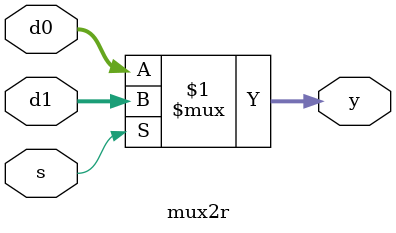
<source format=v>
module mux2r (
	d0,
	d1,
	s,
	y
);
	parameter WIDTH = 32;
	input wire [WIDTH - 1:0] d0;
	input wire [WIDTH - 1:0] d1;
	input wire s;
	output wire [WIDTH - 1:0] y;
	assign y = (s ? d1 : d0);
endmodule
</source>
